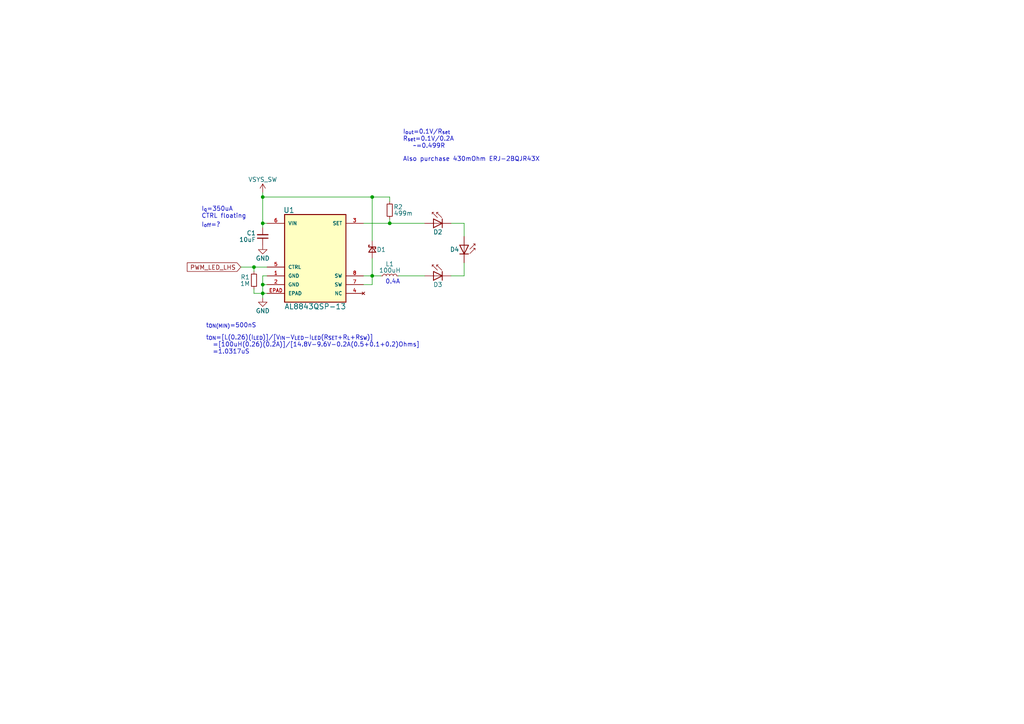
<source format=kicad_sch>
(kicad_sch (version 20211123) (generator eeschema)
  (paper "A4")
  (lib_symbols
    (symbol "Device:C_Small" (pin_numbers hide) (pin_names (offset 0.254) hide)
      (property "Reference" "C" (at 0.254 1.778 0))
      (property "Value" "C_Small" (at 0.254 -2.032 0))
      (symbol "C_Small_0_1"
        (polyline (pts (xy -1.524 -0.508) (xy 1.524 -0.508)) (stroke (width 0.3302)))
        (polyline (pts (xy -1.524 0.508) (xy 1.524 0.508)) (stroke (width 0.3048)))
      )
      (symbol "C_Small_1_1"
        (pin passive line (at 0 2.54 270) (length 2.032) (name "~") (number "1"))
        (pin passive line (at 0 -2.54 90) (length 2.032) (name "~") (number "2"))
      )
    )
    (symbol "Device:D_Schottky_Small" (pin_numbers hide) (pin_names (offset 0.254) hide)
      (property "Reference" "D" (at -1.27 2.032 0))
      (property "Value" "D_Schottky_Small" (at -7.112 -2.032 0))
      (symbol "D_Schottky_Small_0_1"
        (polyline (pts (xy -0.762 0) (xy 0.762 0)))
        (polyline (pts (xy 0.762 -1.016) (xy -0.762 0) (xy 0.762 1.016) (xy 0.762 -1.016)) (stroke (width 0.254)))
        (polyline (pts (xy -1.27 0.762) (xy -1.27 1.016) (xy -0.762 1.016) (xy -0.762 -1.016) (xy -0.254 -1.016) (xy -0.254 -0.762)) (stroke (width 0.254)))
      )
      (symbol "D_Schottky_Small_1_1"
        (pin passive line (at -2.54 0 0) (length 1.778) (name "K") (number "1"))
        (pin passive line (at 2.54 0 180) (length 1.778) (name "A") (number "2"))
      )
    )
    (symbol "Device:L_Small" (pin_numbers hide) (pin_names (offset 0.254) hide)
      (property "Reference" "L" (at 0.762 1.016 0))
      (property "Value" "L_Small" (at 0.762 -1.016 0))
      (symbol "L_Small_0_1"
        (arc (start 0 -2.032) (mid 0.508 -1.524) (end 0 -1.016))
        (arc (start 0 -1.016) (mid 0.508 -0.508) (end 0 0))
        (arc (start 0 0) (mid 0.508 0.508) (end 0 1.016))
        (arc (start 0 1.016) (mid 0.508 1.524) (end 0 2.032))
      )
      (symbol "L_Small_1_1"
        (pin passive line (at 0 2.54 270) (length 0.508) (name "~") (number "1"))
        (pin passive line (at 0 -2.54 90) (length 0.508) (name "~") (number "2"))
      )
    )
    (symbol "Device:R_Small" (pin_numbers hide) (pin_names (offset 0.254) hide)
      (property "Reference" "R" (at 0.762 0.508 0))
      (property "Value" "R_Small" (at 0.762 -1.016 0))
      (symbol "R_Small_0_1"
        (rectangle (start -0.762 1.778) (end 0.762 -1.778) (stroke (width 0.2032)))
      )
      (symbol "R_Small_1_1"
        (pin passive line (at 0 2.54 270) (length 0.762) (name "~") (number "1"))
        (pin passive line (at 0 -2.54 90) (length 0.762) (name "~") (number "2"))
      )
    )
    (symbol "JetkovKiCADLib:AL8843QSP-13" (pin_names (offset 1.016))
      (property "Reference" "U" (at -7.62 12.7 0))
      (property "Value" "AL8843QSP-13" (at 0 -15.24 0))
      (symbol "AL8843QSP-13_0_1"
        (rectangle (start -8.89 11.43) (end 8.89 -13.97) (stroke (width 0.3048)) (fill (type background)))
      )
      (symbol "AL8843QSP-13_1_1"
        (pin power_in line (at -13.97 -6.35 0) (length 5.08) (name "GND") (number "1"))
        (pin power_in line (at -13.97 -8.89 0) (length 5.08) (name "GND") (number "2"))
        (pin unspecified line (at 13.97 8.89 180) (length 5.08) (name "SET") (number "3"))
        (pin no_connect line (at 13.97 -11.43 180) (length 5.08) (name "NC") (number "4"))
        (pin unspecified line (at -13.97 -3.81 0) (length 5.08) (name "CTRL") (number "5"))
        (pin unspecified line (at -13.97 8.89 0) (length 5.08) (name "VIN") (number "6"))
        (pin unspecified line (at 13.97 -8.89 180) (length 5.08) (name "SW") (number "7"))
        (pin unspecified line (at 13.97 -6.35 180) (length 5.08) (name "SW") (number "8"))
        (pin unspecified line (at -13.97 -11.43 0) (length 5.08) (name "EPAD") (number "EPAD"))
      )
    )
    (symbol "JetkovKiCADLib:VSYS_SW" (power) (pin_names (offset 0))
      (property "Value" "VSYS_SW" (at 0 3.556 0))
      (symbol "VSYS_SW_0_1"
        (polyline (pts (xy -0.762 1.27) (xy 0 2.54)))
        (polyline (pts (xy 0 0) (xy 0 2.54)))
        (polyline (pts (xy 0 2.54) (xy 0.762 1.27)))
      )
      (symbol "VSYS_SW_1_1"
        (pin power_in line (at 0 0 90) (length 0) hide (name "VSYS_SW") (number "1"))
      )
    )
    (symbol "JetkovKiCADLib:XQA LED 1616 SMD" (pin_numbers hide) (pin_names (offset 1.016) hide)
      (property "Reference" "D" (at 0.508 1.778 0))
      (symbol "XQA LED 1616 SMD_0_1"
        (polyline (pts (xy -2.54 0) (xy 0 0)))
        (polyline (pts (xy -2.54 1.27) (xy -2.54 -1.27)) (stroke (width 0.254)))
        (polyline (pts (xy 0.381 3.175) (xy -0.127 3.175)))
        (polyline (pts (xy -1.143 1.651) (xy 0.381 3.175) (xy 0.381 2.667)))
        (polyline (pts (xy 0 -1.27) (xy 0 1.27) (xy -2.54 0) (xy 0 -1.27)) (stroke (width 0.254)))
        (polyline (pts (xy -2.413 1.651) (xy -0.889 3.175) (xy -0.889 2.667) (xy -0.889 3.175) (xy -1.397 3.175)))
      )
      (symbol "XQA LED 1616 SMD_1_1"
        (pin passive line (at -5.08 0 0) (length 2.54) (name "K") (number "1"))
        (pin passive line (at 2.54 0 180) (length 2.54) (name "A") (number "2"))
      )
    )
    (symbol "power:GND" (power) (pin_names (offset 0))
      (property "Value" "GND" (at 0 -3.81 0))
      (symbol "GND_0_1"
        (polyline (pts (xy 0 0) (xy 0 -1.27) (xy 1.27 -1.27) (xy 0 -2.54) (xy -1.27 -1.27) (xy 0 -1.27)))
      )
      (symbol "GND_1_1"
        (pin power_in line (at 0 0 270) (length 0) hide (name "GND") (number "1"))
      )
    )
  )
  (junction (at 73.66 77.47))
  (junction (at 76.2 57.15))
  (junction (at 76.2 85.09))
  (junction (at 107.95 57.15))
  (junction (at 76.2 82.55))
  (junction (at 107.95 80.01))
  (junction (at 76.2 64.77))
  (junction (at 113.03 64.77))
  (wire (pts (xy 134.62 80.01) (xy 134.62 76.2)))
  (wire (pts (xy 105.41 64.77) (xy 113.03 64.77)))
  (wire (pts (xy 113.03 57.15) (xy 107.95 57.15)))
  (wire (pts (xy 76.2 80.01) (xy 76.2 82.55)))
  (wire (pts (xy 107.95 80.01) (xy 110.49 80.01)))
  (wire (pts (xy 134.62 64.77) (xy 130.81 64.77)))
  (wire (pts (xy 76.2 57.15) (xy 76.2 64.77)))
  (wire (pts (xy 76.2 80.01) (xy 77.47 80.01)))
  (wire (pts (xy 113.03 64.77) (xy 123.19 64.77)))
  (wire (pts (xy 76.2 64.77) (xy 77.47 64.77)))
  (wire (pts (xy 76.2 64.77) (xy 76.2 66.04)))
  (wire (pts (xy 76.2 57.15) (xy 107.95 57.15)))
  (wire (pts (xy 76.2 85.09) (xy 77.47 85.09)))
  (wire (pts (xy 76.2 55.88) (xy 76.2 57.15)))
  (wire (pts (xy 113.03 64.77) (xy 113.03 63.5)))
  (wire (pts (xy 76.2 82.55) (xy 76.2 85.09)))
  (wire (pts (xy 76.2 82.55) (xy 77.47 82.55)))
  (wire (pts (xy 76.2 85.09) (xy 76.2 86.36)))
  (wire (pts (xy 73.66 85.09) (xy 76.2 85.09)))
  (wire (pts (xy 73.66 78.74) (xy 73.66 77.47)))
  (wire (pts (xy 107.95 57.15) (xy 107.95 69.85)))
  (wire (pts (xy 73.66 83.82) (xy 73.66 85.09)))
  (wire (pts (xy 69.85 77.47) (xy 73.66 77.47)))
  (wire (pts (xy 107.95 82.55) (xy 107.95 80.01)))
  (wire (pts (xy 105.41 82.55) (xy 107.95 82.55)))
  (wire (pts (xy 134.62 68.58) (xy 134.62 64.77)))
  (wire (pts (xy 105.41 80.01) (xy 107.95 80.01)))
  (wire (pts (xy 73.66 77.47) (xy 77.47 77.47)))
  (wire (pts (xy 130.81 80.01) (xy 134.62 80.01)))
  (wire (pts (xy 107.95 74.93) (xy 107.95 80.01)))
  (wire (pts (xy 113.03 58.42) (xy 113.03 57.15)))
  (wire (pts (xy 115.57 80.01) (xy 123.19 80.01)))
  (text "Also purchase 430mOhm ERJ-2BQJR43X" (at 116.84 46.99 0) (effects (font (size 1.27 1.27)) (justify left bottom)))
  (text "I_{q}=350uA\nCTRL floating" (at 58.42 63.5 0) (effects (font (size 1.27 1.27)) (justify left bottom)))
  (text "t_{ON}=[L(0.26)(I_{LED})]/[V_{IN}-V_{LED}-I_{LED}(R_{SET}+R_{L}+R_{SW})]\n  =[100uH(0.26)(0.2A)]/[14.8V-9.6V-0.2A(0.5+0.1+0.2)Ohms]\n  =1.0317uS" (at 59.69 102.87 0) (effects (font (size 1.27 1.27)) (justify left bottom)))
  (text "I_{out}=0.1V/R_{set}\nR_{set}=0.1V/0.2A\n   ~=0.499R" (at 116.84 43.18 0) (effects (font (size 1.27 1.27)) (justify left bottom)))
  (text "0.4A" (at 111.76 82.55 0) (effects (font (size 1.27 1.27)) (justify left bottom)))
  (text "I_{off}=?" (at 58.42 66.04 0) (effects (font (size 1.27 1.27)) (justify left bottom)))
  (text "t_{ON(MIN)}=500nS" (at 59.69 95.25 0) (effects (font (size 1.27 1.27)) (justify left bottom)))
  (global_label "PWM_LED_LHS" (shape input) (at 69.85 77.47 180) (property "Intersheet References" "${INTERSHEET_REFS}" (effects hide)))
  (symbol (lib_id "Device:C_Small") (at 76.2 68.58 0) (mirror x) (unit 1)
    (property "Reference" "C1" (at 74.2134 67.5964 0) (effects (justify right)))
    (property "Value" "10uF" (at 74.2142 69.4988 0) (effects (justify right)))
    (property "Footprint" "Capacitor_SMD:C_1210_3225Metric" (effects hide))
    (property "Datasheet" "https://product.tdk.com/system/files/dam/doc/product/capacitor/ceramic/mlcc/catalog/mlcc_automotive_general_en.pdf" (effects hide))
    (property "Description" "CAP CER 10UF 50V X7S 1210" (effects hide))
    (property "Manufacturer" "TDK Corporation" (effects hide))
    (property "Part Number" "CGA6P3X7S1H106K250AB " (effects hide))
    (property "Temp Range" "-55°C +125°C" (effects hide))
    (property "Tolerance" "10%" (effects hide))
    (property "Voltage" "50V" (effects hide))
  )
  (symbol (lib_id "Device:L_Small") (at 113.03 80.01 90) (unit 1)
    (property "Reference" "L1" (at 113.0268 76.5729 90))
    (property "Value" "100uH" (at 113.0754 78.4096 90))
    (property "Datasheet" "https://ds.yuden.co.jp/TYCOMPAS/ut/detail?pn=LSXBD6060WHL101M&u=M" (effects hide))
    (property "Description" "FIXED IND 100UH 660MA 780MOHM SM" (effects hide))
    (property "Manufacturer" "Taiyo Yuden" (effects hide))
    (property "Part Number" "NR6028T101M" (effects hide))
    (property "Temp Range" "-25°C +120°C" (effects hide))
    (property "Tolerance" "20%" (effects hide))
  )
  (symbol (lib_id "Device:D_Schottky_Small") (at 107.95 72.39 90) (mirror x) (unit 1)
    (property "Reference" "D1" (at 109.22 72.39 90) (effects (justify right)))
    (property "Value" "500mA" (effects hide))
    (property "Datasheet" "https://toshiba.semicon-storage.com/info/docget.jsp?did=10394&prodName=CUS551V30" (effects hide))
    (property "Description" "DIODE SCHOTTKY 30V 500MA USC" (effects hide))
    (property "Manufacturer" "Toshiba Semiconductor and Storage" (effects hide))
    (property "Part Number" "CUS551V30,H3F" (effects hide))
    (property "Temp Range" "-55°C +125°C" (effects hide))
  )
  (symbol (lib_id "Device:R_Small") (at 73.66 81.28 0) (mirror x) (unit 1)
    (property "Reference" "R1" (at 72.4597 80.3791 0) (effects (justify right)))
    (property "Value" "1M" (at 72.5163 82.2669 0) (effects (justify right)))
    (property "Footprint" "Resistor_SMD:R_0402_1005Metric" (effects hide))
    (property "Datasheet" "https://www.seielect.com/catalog/sei-rmcf_rmcp.pdf" (effects hide))
    (property "Description" "RES 1M OHM 1% 1/16W 0402" (effects hide))
    (property "Manufacturer" "Stackpole Electronics Inc" (effects hide))
    (property "Part Number" "RMCF0402FT1M00" (effects hide))
    (property "Temp Range" "-55°C +155°C" (effects hide))
    (property "Tolerance" "1%" (effects hide))
  )
  (symbol (lib_id "Device:R_Small") (at 113.03 60.96 0) (mirror x) (unit 1)
    (property "Reference" "R2" (at 114.1299 60.0302 0) (effects (justify left)))
    (property "Value" "499m" (at 114.1994 61.8828 0) (effects (justify left)))
    (property "Footprint" "Resistor_SMD:R_0402_1005Metric" (effects hide))
    (property "Datasheet" "https://www.yageo.com/upload/media/product/productsearch/datasheet/rchip/PYu-RL_Group_521_RoHS_L_2.pdf" (effects hide))
    (property "Description" "RES 0.499 OHM 1% 1/16W 0402" (effects hide))
    (property "Manufacturer" "YAGEO" (effects hide))
    (property "Part Number" "RL0402FR-070R499L" (effects hide))
    (property "Temp Range" "-55°C +155°C" (effects hide))
    (property "Power" "0.063W" (effects hide))
    (property "Tolerance" "1%" (effects hide))
  )
  (symbol (lib_id "JetkovKiCADLib:XQA LED 1616 SMD") (at 125.73 64.77 0) (mirror y) (unit 1)
    (property "Reference" "D2" (at 127 67.31 0))
    (property "Value" "XQA LED 1616 SMD" (effects hide))
    (property "Footprint" "JetkovKiCADLib:XQ-A-LED" (effects hide))
    (property "Datasheet" "https://cree-led.com/media/documents/ds-XQA.pdf" (effects hide))
    (property "Manufacturer" "CreeLED, Inc." (effects hide))
    (property "Description" "XQA LED 1616 SMD" (effects hide))
    (property "Temp Range" "-40°C +125°C" (effects hide))
  )
  (symbol (lib_id "power:GND") (at 76.2 71.12 0) (unit 1)
    (property "Reference" "#PWR02" (effects hide))
    (property "Value" "GND" (at 76.2 74.93 0))
  )
  (symbol (lib_id "JetkovKiCADLib:XQA LED 1616 SMD") (at 125.73 80.01 0) (mirror y) (unit 1)
    (property "Reference" "D3" (at 127 82.55 0))
    (property "Value" "XQA LED 1616 SMD" (effects hide))
    (property "Footprint" "JetkovKiCADLib:XQ-A-LED" (effects hide))
    (property "Datasheet" "https://cree-led.com/media/documents/ds-XQA.pdf" (effects hide))
    (property "Manufacturer" "CreeLED, Inc." (effects hide))
    (property "Description" "XQA LED 1616 SMD" (effects hide))
    (property "Temp Range" "-40°C +125°C" (effects hide))
  )
  (symbol (lib_id "JetkovKiCADLib:AL8843QSP-13") (at 91.44 73.66 0) (unit 1)
    (property "Reference" "U1" (at 83.82 60.96 0) (effects (font (size 1.524 1.524))))
    (property "Value" "AL8843QSP-13" (at 91.44 88.9 0) (effects (font (size 1.524 1.524))))
    (property "Footprint" "JetkovKiCADLib:8-SOIC_SO-8EP_DIO" (effects hide))
    (property "Datasheet" "https://www.diodes.com/assets/Datasheets/AL8843Q.pdf" (effects hide))
    (property "Part Number" "AL8843QSP-13" (effects hide))
    (property "Manufacturer" "Diodes Incorporated" (effects hide))
    (property "Description" "IC LED MV INT SWITCH SO-8EP" (effects hide))
    (property "Temp Range" "-40°C +125°C" (effects hide))
  )
  (symbol (lib_id "power:GND") (at 76.2 86.36 0) (unit 1)
    (property "Reference" "#PWR03" (effects hide))
    (property "Value" "GND" (at 76.2 90.17 0))
  )
  (symbol (lib_id "JetkovKiCADLib:XQA LED 1616 SMD") (at 134.62 71.12 270) (mirror x) (unit 1)
    (property "Reference" "D4" (at 133.2024 72.3591 90) (effects (justify right)))
    (property "Value" "XQA LED 1616 SMD" (effects hide))
    (property "Footprint" "JetkovKiCADLib:XQ-A-LED" (effects hide))
    (property "Datasheet" "https://cree-led.com/media/documents/ds-XQA.pdf" (effects hide))
    (property "Manufacturer" "CreeLED, Inc." (effects hide))
    (property "Description" "XQA LED 1616 SMD" (effects hide))
    (property "Temp Range" "-40°C +125°C" (effects hide))
  )
  (symbol (lib_id "JetkovKiCADLib:VSYS_SW") (at 76.2 55.88 0) (unit 1)
    (property "Reference" "#PWR01" (effects hide))
    (property "Value" "VSYS_SW" (at 76.2 52.07 0))
  )
)
</source>
